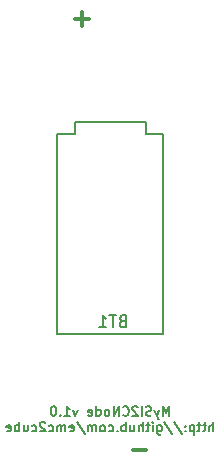
<source format=gbo>
G04 #@! TF.FileFunction,Legend,Bot*
%FSLAX46Y46*%
G04 Gerber Fmt 4.6, Leading zero omitted, Abs format (unit mm)*
G04 Created by KiCad (PCBNEW 4.0.2-stable) date Lundi 27 juin 2016 03:17:05*
%MOMM*%
G01*
G04 APERTURE LIST*
%ADD10C,0.100000*%
%ADD11C,0.200000*%
%ADD12C,0.300000*%
%ADD13C,0.150000*%
G04 APERTURE END LIST*
D10*
D11*
X62971429Y-71701905D02*
X62971429Y-70901905D01*
X62704762Y-71473333D01*
X62438095Y-70901905D01*
X62438095Y-71701905D01*
X62133333Y-71168571D02*
X61942857Y-71701905D01*
X61752381Y-71168571D02*
X61942857Y-71701905D01*
X62019048Y-71892381D01*
X62057143Y-71930476D01*
X62133333Y-71968571D01*
X61485714Y-71663810D02*
X61371428Y-71701905D01*
X61180952Y-71701905D01*
X61104762Y-71663810D01*
X61066666Y-71625714D01*
X61028571Y-71549524D01*
X61028571Y-71473333D01*
X61066666Y-71397143D01*
X61104762Y-71359048D01*
X61180952Y-71320952D01*
X61333333Y-71282857D01*
X61409524Y-71244762D01*
X61447619Y-71206667D01*
X61485714Y-71130476D01*
X61485714Y-71054286D01*
X61447619Y-70978095D01*
X61409524Y-70940000D01*
X61333333Y-70901905D01*
X61142857Y-70901905D01*
X61028571Y-70940000D01*
X60685714Y-71701905D02*
X60685714Y-70901905D01*
X60342857Y-70978095D02*
X60304762Y-70940000D01*
X60228571Y-70901905D01*
X60038095Y-70901905D01*
X59961905Y-70940000D01*
X59923809Y-70978095D01*
X59885714Y-71054286D01*
X59885714Y-71130476D01*
X59923809Y-71244762D01*
X60380952Y-71701905D01*
X59885714Y-71701905D01*
X59085714Y-71625714D02*
X59123809Y-71663810D01*
X59238095Y-71701905D01*
X59314285Y-71701905D01*
X59428571Y-71663810D01*
X59504762Y-71587619D01*
X59542857Y-71511429D01*
X59580952Y-71359048D01*
X59580952Y-71244762D01*
X59542857Y-71092381D01*
X59504762Y-71016190D01*
X59428571Y-70940000D01*
X59314285Y-70901905D01*
X59238095Y-70901905D01*
X59123809Y-70940000D01*
X59085714Y-70978095D01*
X58742857Y-71701905D02*
X58742857Y-70901905D01*
X58285714Y-71701905D01*
X58285714Y-70901905D01*
X57790476Y-71701905D02*
X57866667Y-71663810D01*
X57904762Y-71625714D01*
X57942857Y-71549524D01*
X57942857Y-71320952D01*
X57904762Y-71244762D01*
X57866667Y-71206667D01*
X57790476Y-71168571D01*
X57676190Y-71168571D01*
X57600000Y-71206667D01*
X57561905Y-71244762D01*
X57523809Y-71320952D01*
X57523809Y-71549524D01*
X57561905Y-71625714D01*
X57600000Y-71663810D01*
X57676190Y-71701905D01*
X57790476Y-71701905D01*
X56838095Y-71701905D02*
X56838095Y-70901905D01*
X56838095Y-71663810D02*
X56914285Y-71701905D01*
X57066666Y-71701905D01*
X57142857Y-71663810D01*
X57180952Y-71625714D01*
X57219047Y-71549524D01*
X57219047Y-71320952D01*
X57180952Y-71244762D01*
X57142857Y-71206667D01*
X57066666Y-71168571D01*
X56914285Y-71168571D01*
X56838095Y-71206667D01*
X56152380Y-71663810D02*
X56228570Y-71701905D01*
X56380951Y-71701905D01*
X56457142Y-71663810D01*
X56495237Y-71587619D01*
X56495237Y-71282857D01*
X56457142Y-71206667D01*
X56380951Y-71168571D01*
X56228570Y-71168571D01*
X56152380Y-71206667D01*
X56114285Y-71282857D01*
X56114285Y-71359048D01*
X56495237Y-71435238D01*
X55238094Y-71168571D02*
X55047618Y-71701905D01*
X54857142Y-71168571D01*
X54133332Y-71701905D02*
X54590475Y-71701905D01*
X54361904Y-71701905D02*
X54361904Y-70901905D01*
X54438094Y-71016190D01*
X54514285Y-71092381D01*
X54590475Y-71130476D01*
X53790475Y-71625714D02*
X53752380Y-71663810D01*
X53790475Y-71701905D01*
X53828570Y-71663810D01*
X53790475Y-71625714D01*
X53790475Y-71701905D01*
X53257142Y-70901905D02*
X53180951Y-70901905D01*
X53104761Y-70940000D01*
X53066666Y-70978095D01*
X53028570Y-71054286D01*
X52990475Y-71206667D01*
X52990475Y-71397143D01*
X53028570Y-71549524D01*
X53066666Y-71625714D01*
X53104761Y-71663810D01*
X53180951Y-71701905D01*
X53257142Y-71701905D01*
X53333332Y-71663810D01*
X53371428Y-71625714D01*
X53409523Y-71549524D01*
X53447618Y-71397143D01*
X53447618Y-71206667D01*
X53409523Y-71054286D01*
X53371428Y-70978095D01*
X53333332Y-70940000D01*
X53257142Y-70901905D01*
X66742858Y-73021905D02*
X66742858Y-72221905D01*
X66400001Y-73021905D02*
X66400001Y-72602857D01*
X66438096Y-72526667D01*
X66514286Y-72488571D01*
X66628572Y-72488571D01*
X66704763Y-72526667D01*
X66742858Y-72564762D01*
X66133334Y-72488571D02*
X65828572Y-72488571D01*
X66019048Y-72221905D02*
X66019048Y-72907619D01*
X65980953Y-72983810D01*
X65904762Y-73021905D01*
X65828572Y-73021905D01*
X65676191Y-72488571D02*
X65371429Y-72488571D01*
X65561905Y-72221905D02*
X65561905Y-72907619D01*
X65523810Y-72983810D01*
X65447619Y-73021905D01*
X65371429Y-73021905D01*
X65104762Y-72488571D02*
X65104762Y-73288571D01*
X65104762Y-72526667D02*
X65028571Y-72488571D01*
X64876190Y-72488571D01*
X64800000Y-72526667D01*
X64761905Y-72564762D01*
X64723809Y-72640952D01*
X64723809Y-72869524D01*
X64761905Y-72945714D01*
X64800000Y-72983810D01*
X64876190Y-73021905D01*
X65028571Y-73021905D01*
X65104762Y-72983810D01*
X64380952Y-72945714D02*
X64342857Y-72983810D01*
X64380952Y-73021905D01*
X64419047Y-72983810D01*
X64380952Y-72945714D01*
X64380952Y-73021905D01*
X64380952Y-72526667D02*
X64342857Y-72564762D01*
X64380952Y-72602857D01*
X64419047Y-72564762D01*
X64380952Y-72526667D01*
X64380952Y-72602857D01*
X63428571Y-72183810D02*
X64114286Y-73212381D01*
X62590476Y-72183810D02*
X63276191Y-73212381D01*
X61980953Y-72488571D02*
X61980953Y-73136190D01*
X62019048Y-73212381D01*
X62057143Y-73250476D01*
X62133334Y-73288571D01*
X62247619Y-73288571D01*
X62323810Y-73250476D01*
X61980953Y-72983810D02*
X62057143Y-73021905D01*
X62209524Y-73021905D01*
X62285715Y-72983810D01*
X62323810Y-72945714D01*
X62361905Y-72869524D01*
X62361905Y-72640952D01*
X62323810Y-72564762D01*
X62285715Y-72526667D01*
X62209524Y-72488571D01*
X62057143Y-72488571D01*
X61980953Y-72526667D01*
X61600000Y-73021905D02*
X61600000Y-72488571D01*
X61600000Y-72221905D02*
X61638095Y-72260000D01*
X61600000Y-72298095D01*
X61561905Y-72260000D01*
X61600000Y-72221905D01*
X61600000Y-72298095D01*
X61333334Y-72488571D02*
X61028572Y-72488571D01*
X61219048Y-72221905D02*
X61219048Y-72907619D01*
X61180953Y-72983810D01*
X61104762Y-73021905D01*
X61028572Y-73021905D01*
X60761905Y-73021905D02*
X60761905Y-72221905D01*
X60419048Y-73021905D02*
X60419048Y-72602857D01*
X60457143Y-72526667D01*
X60533333Y-72488571D01*
X60647619Y-72488571D01*
X60723810Y-72526667D01*
X60761905Y-72564762D01*
X59695238Y-72488571D02*
X59695238Y-73021905D01*
X60038095Y-72488571D02*
X60038095Y-72907619D01*
X60000000Y-72983810D01*
X59923809Y-73021905D01*
X59809523Y-73021905D01*
X59733333Y-72983810D01*
X59695238Y-72945714D01*
X59314285Y-73021905D02*
X59314285Y-72221905D01*
X59314285Y-72526667D02*
X59238094Y-72488571D01*
X59085713Y-72488571D01*
X59009523Y-72526667D01*
X58971428Y-72564762D01*
X58933332Y-72640952D01*
X58933332Y-72869524D01*
X58971428Y-72945714D01*
X59009523Y-72983810D01*
X59085713Y-73021905D01*
X59238094Y-73021905D01*
X59314285Y-72983810D01*
X58590475Y-72945714D02*
X58552380Y-72983810D01*
X58590475Y-73021905D01*
X58628570Y-72983810D01*
X58590475Y-72945714D01*
X58590475Y-73021905D01*
X57866666Y-72983810D02*
X57942856Y-73021905D01*
X58095237Y-73021905D01*
X58171428Y-72983810D01*
X58209523Y-72945714D01*
X58247618Y-72869524D01*
X58247618Y-72640952D01*
X58209523Y-72564762D01*
X58171428Y-72526667D01*
X58095237Y-72488571D01*
X57942856Y-72488571D01*
X57866666Y-72526667D01*
X57409523Y-73021905D02*
X57485714Y-72983810D01*
X57523809Y-72945714D01*
X57561904Y-72869524D01*
X57561904Y-72640952D01*
X57523809Y-72564762D01*
X57485714Y-72526667D01*
X57409523Y-72488571D01*
X57295237Y-72488571D01*
X57219047Y-72526667D01*
X57180952Y-72564762D01*
X57142856Y-72640952D01*
X57142856Y-72869524D01*
X57180952Y-72945714D01*
X57219047Y-72983810D01*
X57295237Y-73021905D01*
X57409523Y-73021905D01*
X56799999Y-73021905D02*
X56799999Y-72488571D01*
X56799999Y-72564762D02*
X56761904Y-72526667D01*
X56685713Y-72488571D01*
X56571427Y-72488571D01*
X56495237Y-72526667D01*
X56457142Y-72602857D01*
X56457142Y-73021905D01*
X56457142Y-72602857D02*
X56419046Y-72526667D01*
X56342856Y-72488571D01*
X56228570Y-72488571D01*
X56152380Y-72526667D01*
X56114285Y-72602857D01*
X56114285Y-73021905D01*
X55161903Y-72183810D02*
X55847618Y-73212381D01*
X54590475Y-72983810D02*
X54666665Y-73021905D01*
X54819046Y-73021905D01*
X54895237Y-72983810D01*
X54933332Y-72907619D01*
X54933332Y-72602857D01*
X54895237Y-72526667D01*
X54819046Y-72488571D01*
X54666665Y-72488571D01*
X54590475Y-72526667D01*
X54552380Y-72602857D01*
X54552380Y-72679048D01*
X54933332Y-72755238D01*
X54209523Y-73021905D02*
X54209523Y-72488571D01*
X54209523Y-72564762D02*
X54171428Y-72526667D01*
X54095237Y-72488571D01*
X53980951Y-72488571D01*
X53904761Y-72526667D01*
X53866666Y-72602857D01*
X53866666Y-73021905D01*
X53866666Y-72602857D02*
X53828570Y-72526667D01*
X53752380Y-72488571D01*
X53638094Y-72488571D01*
X53561904Y-72526667D01*
X53523809Y-72602857D01*
X53523809Y-73021905D01*
X52799999Y-72983810D02*
X52876189Y-73021905D01*
X53028570Y-73021905D01*
X53104761Y-72983810D01*
X53142856Y-72945714D01*
X53180951Y-72869524D01*
X53180951Y-72640952D01*
X53142856Y-72564762D01*
X53104761Y-72526667D01*
X53028570Y-72488571D01*
X52876189Y-72488571D01*
X52799999Y-72526667D01*
X52495237Y-72298095D02*
X52457142Y-72260000D01*
X52380951Y-72221905D01*
X52190475Y-72221905D01*
X52114285Y-72260000D01*
X52076189Y-72298095D01*
X52038094Y-72374286D01*
X52038094Y-72450476D01*
X52076189Y-72564762D01*
X52533332Y-73021905D01*
X52038094Y-73021905D01*
X51352380Y-72983810D02*
X51428570Y-73021905D01*
X51580951Y-73021905D01*
X51657142Y-72983810D01*
X51695237Y-72945714D01*
X51733332Y-72869524D01*
X51733332Y-72640952D01*
X51695237Y-72564762D01*
X51657142Y-72526667D01*
X51580951Y-72488571D01*
X51428570Y-72488571D01*
X51352380Y-72526667D01*
X50666666Y-72488571D02*
X50666666Y-73021905D01*
X51009523Y-72488571D02*
X51009523Y-72907619D01*
X50971428Y-72983810D01*
X50895237Y-73021905D01*
X50780951Y-73021905D01*
X50704761Y-72983810D01*
X50666666Y-72945714D01*
X50285713Y-73021905D02*
X50285713Y-72221905D01*
X50285713Y-72526667D02*
X50209522Y-72488571D01*
X50057141Y-72488571D01*
X49980951Y-72526667D01*
X49942856Y-72564762D01*
X49904760Y-72640952D01*
X49904760Y-72869524D01*
X49942856Y-72945714D01*
X49980951Y-72983810D01*
X50057141Y-73021905D01*
X50209522Y-73021905D01*
X50285713Y-72983810D01*
X49257141Y-72983810D02*
X49333331Y-73021905D01*
X49485712Y-73021905D01*
X49561903Y-72983810D01*
X49599998Y-72907619D01*
X49599998Y-72602857D01*
X49561903Y-72526667D01*
X49485712Y-72488571D01*
X49333331Y-72488571D01*
X49257141Y-72526667D01*
X49219046Y-72602857D01*
X49219046Y-72679048D01*
X49599998Y-72755238D01*
D12*
X61071428Y-74607143D02*
X59928571Y-74607143D01*
X56171428Y-38107143D02*
X55028571Y-38107143D01*
X55600000Y-38678571D02*
X55600000Y-37535714D01*
D13*
X62500000Y-64800000D02*
X53500000Y-64800000D01*
X53500000Y-64800000D02*
X53500000Y-47800000D01*
X53500000Y-47800000D02*
X55000000Y-47800000D01*
X55000000Y-47800000D02*
X55000000Y-46800000D01*
X55000000Y-46800000D02*
X61000000Y-46800000D01*
X61000000Y-46800000D02*
X61000000Y-47800000D01*
X61000000Y-47800000D02*
X62500000Y-47800000D01*
X62500000Y-47800000D02*
X62500000Y-64800000D01*
X59035714Y-63678571D02*
X58892857Y-63726190D01*
X58845238Y-63773810D01*
X58797619Y-63869048D01*
X58797619Y-64011905D01*
X58845238Y-64107143D01*
X58892857Y-64154762D01*
X58988095Y-64202381D01*
X59369048Y-64202381D01*
X59369048Y-63202381D01*
X59035714Y-63202381D01*
X58940476Y-63250000D01*
X58892857Y-63297619D01*
X58845238Y-63392857D01*
X58845238Y-63488095D01*
X58892857Y-63583333D01*
X58940476Y-63630952D01*
X59035714Y-63678571D01*
X59369048Y-63678571D01*
X58511905Y-63202381D02*
X57940476Y-63202381D01*
X58226191Y-64202381D02*
X58226191Y-63202381D01*
X57083333Y-64202381D02*
X57654762Y-64202381D01*
X57369048Y-64202381D02*
X57369048Y-63202381D01*
X57464286Y-63345238D01*
X57559524Y-63440476D01*
X57654762Y-63488095D01*
M02*

</source>
